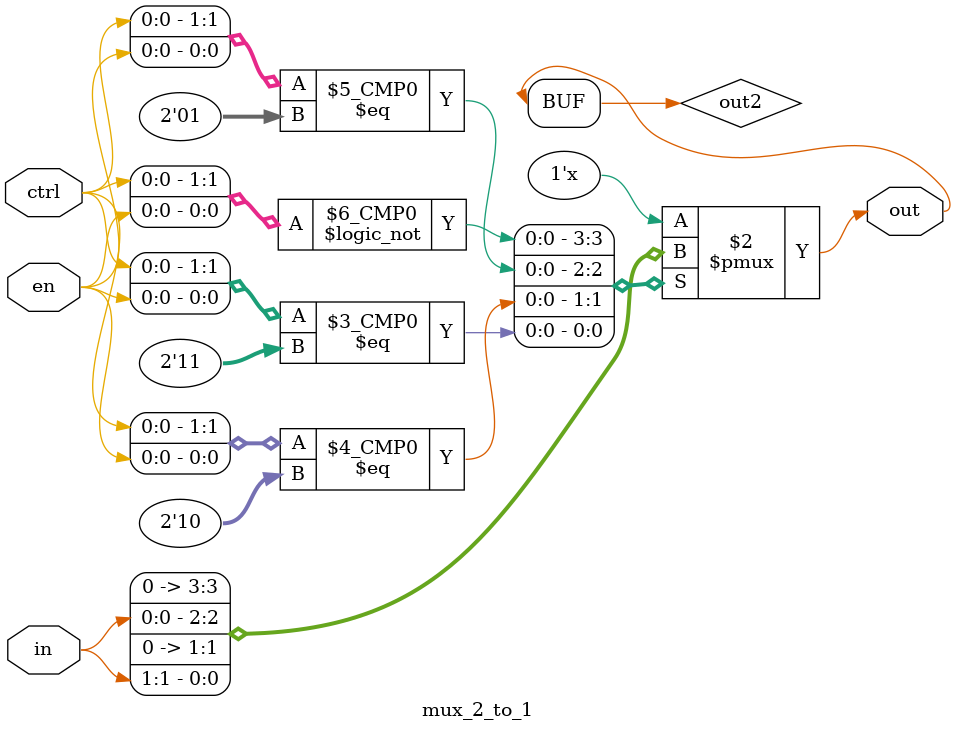
<source format=v>
`timescale 1ns / 1ps


module mux_2_to_1 (
    // control input
    input wire [1-1:0] ctrl,
    // inputs
    input wire [2-1:0] in,
    // enable input
    input wire en,
    // output
    output wire out
);

    reg out2;
    always @ ( in or ctrl or en ) begin
        case ({ctrl,en}) 
            2'b00  : out2 <= 1'b0;
            2'b01  : out2 <= in[0];
            2'b10  : out2 <= 1'b0;
            2'b11  : out2 <= in[1];
            default: out2 <= 1'bx;
        endcase
    end
    assign out = out2;
    
endmodule


</source>
